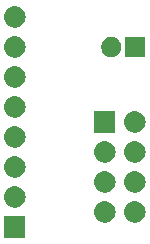
<source format=gbs>
G04 #@! TF.GenerationSoftware,KiCad,Pcbnew,5.0.2+dfsg1-1~bpo9+1*
G04 #@! TF.CreationDate,2019-06-18T09:33:43+01:00*
G04 #@! TF.ProjectId,nrf24l01,6e726632-346c-4303-912e-6b696361645f,rev?*
G04 #@! TF.SameCoordinates,Original*
G04 #@! TF.FileFunction,Soldermask,Bot*
G04 #@! TF.FilePolarity,Negative*
%FSLAX46Y46*%
G04 Gerber Fmt 4.6, Leading zero omitted, Abs format (unit mm)*
G04 Created by KiCad (PCBNEW 5.0.2+dfsg1-1~bpo9+1) date Tue 18 Jun 2019 09:33:43 IST*
%MOMM*%
%LPD*%
G01*
G04 APERTURE LIST*
%ADD10C,0.100000*%
G04 APERTURE END LIST*
D10*
G36*
X129171000Y-77101000D02*
X127369000Y-77101000D01*
X127369000Y-75299000D01*
X129171000Y-75299000D01*
X129171000Y-77101000D01*
X129171000Y-77101000D01*
G37*
G36*
X138540442Y-74035518D02*
X138606627Y-74042037D01*
X138719853Y-74076384D01*
X138776467Y-74093557D01*
X138906363Y-74162989D01*
X138932991Y-74177222D01*
X138968729Y-74206552D01*
X139070186Y-74289814D01*
X139153448Y-74391271D01*
X139182778Y-74427009D01*
X139182779Y-74427011D01*
X139266443Y-74583533D01*
X139266443Y-74583534D01*
X139317963Y-74753373D01*
X139335359Y-74930000D01*
X139317963Y-75106627D01*
X139283616Y-75219853D01*
X139266443Y-75276467D01*
X139192348Y-75415087D01*
X139182778Y-75432991D01*
X139153448Y-75468729D01*
X139070186Y-75570186D01*
X138968729Y-75653448D01*
X138932991Y-75682778D01*
X138932989Y-75682779D01*
X138776467Y-75766443D01*
X138719853Y-75783616D01*
X138606627Y-75817963D01*
X138540442Y-75824482D01*
X138474260Y-75831000D01*
X138385740Y-75831000D01*
X138319558Y-75824482D01*
X138253373Y-75817963D01*
X138140147Y-75783616D01*
X138083533Y-75766443D01*
X137927011Y-75682779D01*
X137927009Y-75682778D01*
X137891271Y-75653448D01*
X137789814Y-75570186D01*
X137706552Y-75468729D01*
X137677222Y-75432991D01*
X137667652Y-75415087D01*
X137593557Y-75276467D01*
X137576384Y-75219853D01*
X137542037Y-75106627D01*
X137524641Y-74930000D01*
X137542037Y-74753373D01*
X137593557Y-74583534D01*
X137593557Y-74583533D01*
X137677221Y-74427011D01*
X137677222Y-74427009D01*
X137706552Y-74391271D01*
X137789814Y-74289814D01*
X137891271Y-74206552D01*
X137927009Y-74177222D01*
X137953637Y-74162989D01*
X138083533Y-74093557D01*
X138140147Y-74076384D01*
X138253373Y-74042037D01*
X138319558Y-74035518D01*
X138385740Y-74029000D01*
X138474260Y-74029000D01*
X138540442Y-74035518D01*
X138540442Y-74035518D01*
G37*
G36*
X136000442Y-74035518D02*
X136066627Y-74042037D01*
X136179853Y-74076384D01*
X136236467Y-74093557D01*
X136366363Y-74162989D01*
X136392991Y-74177222D01*
X136428729Y-74206552D01*
X136530186Y-74289814D01*
X136613448Y-74391271D01*
X136642778Y-74427009D01*
X136642779Y-74427011D01*
X136726443Y-74583533D01*
X136726443Y-74583534D01*
X136777963Y-74753373D01*
X136795359Y-74930000D01*
X136777963Y-75106627D01*
X136743616Y-75219853D01*
X136726443Y-75276467D01*
X136652348Y-75415087D01*
X136642778Y-75432991D01*
X136613448Y-75468729D01*
X136530186Y-75570186D01*
X136428729Y-75653448D01*
X136392991Y-75682778D01*
X136392989Y-75682779D01*
X136236467Y-75766443D01*
X136179853Y-75783616D01*
X136066627Y-75817963D01*
X136000442Y-75824482D01*
X135934260Y-75831000D01*
X135845740Y-75831000D01*
X135779558Y-75824482D01*
X135713373Y-75817963D01*
X135600147Y-75783616D01*
X135543533Y-75766443D01*
X135387011Y-75682779D01*
X135387009Y-75682778D01*
X135351271Y-75653448D01*
X135249814Y-75570186D01*
X135166552Y-75468729D01*
X135137222Y-75432991D01*
X135127652Y-75415087D01*
X135053557Y-75276467D01*
X135036384Y-75219853D01*
X135002037Y-75106627D01*
X134984641Y-74930000D01*
X135002037Y-74753373D01*
X135053557Y-74583534D01*
X135053557Y-74583533D01*
X135137221Y-74427011D01*
X135137222Y-74427009D01*
X135166552Y-74391271D01*
X135249814Y-74289814D01*
X135351271Y-74206552D01*
X135387009Y-74177222D01*
X135413637Y-74162989D01*
X135543533Y-74093557D01*
X135600147Y-74076384D01*
X135713373Y-74042037D01*
X135779558Y-74035518D01*
X135845740Y-74029000D01*
X135934260Y-74029000D01*
X136000442Y-74035518D01*
X136000442Y-74035518D01*
G37*
G36*
X128380442Y-72765518D02*
X128446627Y-72772037D01*
X128559853Y-72806384D01*
X128616467Y-72823557D01*
X128746363Y-72892989D01*
X128772991Y-72907222D01*
X128808729Y-72936552D01*
X128910186Y-73019814D01*
X128993448Y-73121271D01*
X129022778Y-73157009D01*
X129022779Y-73157011D01*
X129106443Y-73313533D01*
X129106443Y-73313534D01*
X129157963Y-73483373D01*
X129175359Y-73660000D01*
X129157963Y-73836627D01*
X129123616Y-73949853D01*
X129106443Y-74006467D01*
X129087430Y-74042037D01*
X129022778Y-74162991D01*
X128993448Y-74198729D01*
X128910186Y-74300186D01*
X128808729Y-74383448D01*
X128772991Y-74412778D01*
X128772989Y-74412779D01*
X128616467Y-74496443D01*
X128559853Y-74513616D01*
X128446627Y-74547963D01*
X128380442Y-74554482D01*
X128314260Y-74561000D01*
X128225740Y-74561000D01*
X128159558Y-74554482D01*
X128093373Y-74547963D01*
X127980147Y-74513616D01*
X127923533Y-74496443D01*
X127767011Y-74412779D01*
X127767009Y-74412778D01*
X127731271Y-74383448D01*
X127629814Y-74300186D01*
X127546552Y-74198729D01*
X127517222Y-74162991D01*
X127452570Y-74042037D01*
X127433557Y-74006467D01*
X127416384Y-73949853D01*
X127382037Y-73836627D01*
X127364641Y-73660000D01*
X127382037Y-73483373D01*
X127433557Y-73313534D01*
X127433557Y-73313533D01*
X127517221Y-73157011D01*
X127517222Y-73157009D01*
X127546552Y-73121271D01*
X127629814Y-73019814D01*
X127731271Y-72936552D01*
X127767009Y-72907222D01*
X127793637Y-72892989D01*
X127923533Y-72823557D01*
X127980147Y-72806384D01*
X128093373Y-72772037D01*
X128159558Y-72765518D01*
X128225740Y-72759000D01*
X128314260Y-72759000D01*
X128380442Y-72765518D01*
X128380442Y-72765518D01*
G37*
G36*
X138540443Y-71495519D02*
X138606627Y-71502037D01*
X138719853Y-71536384D01*
X138776467Y-71553557D01*
X138906363Y-71622989D01*
X138932991Y-71637222D01*
X138968729Y-71666552D01*
X139070186Y-71749814D01*
X139153448Y-71851271D01*
X139182778Y-71887009D01*
X139182779Y-71887011D01*
X139266443Y-72043533D01*
X139266443Y-72043534D01*
X139317963Y-72213373D01*
X139335359Y-72390000D01*
X139317963Y-72566627D01*
X139283616Y-72679853D01*
X139266443Y-72736467D01*
X139247430Y-72772037D01*
X139182778Y-72892991D01*
X139153448Y-72928729D01*
X139070186Y-73030186D01*
X138968729Y-73113448D01*
X138932991Y-73142778D01*
X138932989Y-73142779D01*
X138776467Y-73226443D01*
X138719853Y-73243616D01*
X138606627Y-73277963D01*
X138540443Y-73284481D01*
X138474260Y-73291000D01*
X138385740Y-73291000D01*
X138319557Y-73284481D01*
X138253373Y-73277963D01*
X138140147Y-73243616D01*
X138083533Y-73226443D01*
X137927011Y-73142779D01*
X137927009Y-73142778D01*
X137891271Y-73113448D01*
X137789814Y-73030186D01*
X137706552Y-72928729D01*
X137677222Y-72892991D01*
X137612570Y-72772037D01*
X137593557Y-72736467D01*
X137576384Y-72679853D01*
X137542037Y-72566627D01*
X137524641Y-72390000D01*
X137542037Y-72213373D01*
X137593557Y-72043534D01*
X137593557Y-72043533D01*
X137677221Y-71887011D01*
X137677222Y-71887009D01*
X137706552Y-71851271D01*
X137789814Y-71749814D01*
X137891271Y-71666552D01*
X137927009Y-71637222D01*
X137953637Y-71622989D01*
X138083533Y-71553557D01*
X138140147Y-71536384D01*
X138253373Y-71502037D01*
X138319557Y-71495519D01*
X138385740Y-71489000D01*
X138474260Y-71489000D01*
X138540443Y-71495519D01*
X138540443Y-71495519D01*
G37*
G36*
X136000443Y-71495519D02*
X136066627Y-71502037D01*
X136179853Y-71536384D01*
X136236467Y-71553557D01*
X136366363Y-71622989D01*
X136392991Y-71637222D01*
X136428729Y-71666552D01*
X136530186Y-71749814D01*
X136613448Y-71851271D01*
X136642778Y-71887009D01*
X136642779Y-71887011D01*
X136726443Y-72043533D01*
X136726443Y-72043534D01*
X136777963Y-72213373D01*
X136795359Y-72390000D01*
X136777963Y-72566627D01*
X136743616Y-72679853D01*
X136726443Y-72736467D01*
X136707430Y-72772037D01*
X136642778Y-72892991D01*
X136613448Y-72928729D01*
X136530186Y-73030186D01*
X136428729Y-73113448D01*
X136392991Y-73142778D01*
X136392989Y-73142779D01*
X136236467Y-73226443D01*
X136179853Y-73243616D01*
X136066627Y-73277963D01*
X136000443Y-73284481D01*
X135934260Y-73291000D01*
X135845740Y-73291000D01*
X135779557Y-73284481D01*
X135713373Y-73277963D01*
X135600147Y-73243616D01*
X135543533Y-73226443D01*
X135387011Y-73142779D01*
X135387009Y-73142778D01*
X135351271Y-73113448D01*
X135249814Y-73030186D01*
X135166552Y-72928729D01*
X135137222Y-72892991D01*
X135072570Y-72772037D01*
X135053557Y-72736467D01*
X135036384Y-72679853D01*
X135002037Y-72566627D01*
X134984641Y-72390000D01*
X135002037Y-72213373D01*
X135053557Y-72043534D01*
X135053557Y-72043533D01*
X135137221Y-71887011D01*
X135137222Y-71887009D01*
X135166552Y-71851271D01*
X135249814Y-71749814D01*
X135351271Y-71666552D01*
X135387009Y-71637222D01*
X135413637Y-71622989D01*
X135543533Y-71553557D01*
X135600147Y-71536384D01*
X135713373Y-71502037D01*
X135779557Y-71495519D01*
X135845740Y-71489000D01*
X135934260Y-71489000D01*
X136000443Y-71495519D01*
X136000443Y-71495519D01*
G37*
G36*
X128380442Y-70225518D02*
X128446627Y-70232037D01*
X128559853Y-70266384D01*
X128616467Y-70283557D01*
X128746363Y-70352989D01*
X128772991Y-70367222D01*
X128808729Y-70396552D01*
X128910186Y-70479814D01*
X128993448Y-70581271D01*
X129022778Y-70617009D01*
X129022779Y-70617011D01*
X129106443Y-70773533D01*
X129106443Y-70773534D01*
X129157963Y-70943373D01*
X129175359Y-71120000D01*
X129157963Y-71296627D01*
X129123616Y-71409853D01*
X129106443Y-71466467D01*
X129087430Y-71502037D01*
X129022778Y-71622991D01*
X128993448Y-71658729D01*
X128910186Y-71760186D01*
X128808729Y-71843448D01*
X128772991Y-71872778D01*
X128772989Y-71872779D01*
X128616467Y-71956443D01*
X128559853Y-71973616D01*
X128446627Y-72007963D01*
X128380443Y-72014481D01*
X128314260Y-72021000D01*
X128225740Y-72021000D01*
X128159557Y-72014481D01*
X128093373Y-72007963D01*
X127980147Y-71973616D01*
X127923533Y-71956443D01*
X127767011Y-71872779D01*
X127767009Y-71872778D01*
X127731271Y-71843448D01*
X127629814Y-71760186D01*
X127546552Y-71658729D01*
X127517222Y-71622991D01*
X127452570Y-71502037D01*
X127433557Y-71466467D01*
X127416384Y-71409853D01*
X127382037Y-71296627D01*
X127364641Y-71120000D01*
X127382037Y-70943373D01*
X127433557Y-70773534D01*
X127433557Y-70773533D01*
X127517221Y-70617011D01*
X127517222Y-70617009D01*
X127546552Y-70581271D01*
X127629814Y-70479814D01*
X127731271Y-70396552D01*
X127767009Y-70367222D01*
X127793637Y-70352989D01*
X127923533Y-70283557D01*
X127980147Y-70266384D01*
X128093373Y-70232037D01*
X128159558Y-70225518D01*
X128225740Y-70219000D01*
X128314260Y-70219000D01*
X128380442Y-70225518D01*
X128380442Y-70225518D01*
G37*
G36*
X138540443Y-68955519D02*
X138606627Y-68962037D01*
X138719853Y-68996384D01*
X138776467Y-69013557D01*
X138906363Y-69082989D01*
X138932991Y-69097222D01*
X138968729Y-69126552D01*
X139070186Y-69209814D01*
X139153448Y-69311271D01*
X139182778Y-69347009D01*
X139182779Y-69347011D01*
X139266443Y-69503533D01*
X139266443Y-69503534D01*
X139317963Y-69673373D01*
X139335359Y-69850000D01*
X139317963Y-70026627D01*
X139283616Y-70139853D01*
X139266443Y-70196467D01*
X139247430Y-70232037D01*
X139182778Y-70352991D01*
X139153448Y-70388729D01*
X139070186Y-70490186D01*
X138968729Y-70573448D01*
X138932991Y-70602778D01*
X138932989Y-70602779D01*
X138776467Y-70686443D01*
X138719853Y-70703616D01*
X138606627Y-70737963D01*
X138540443Y-70744481D01*
X138474260Y-70751000D01*
X138385740Y-70751000D01*
X138319557Y-70744481D01*
X138253373Y-70737963D01*
X138140147Y-70703616D01*
X138083533Y-70686443D01*
X137927011Y-70602779D01*
X137927009Y-70602778D01*
X137891271Y-70573448D01*
X137789814Y-70490186D01*
X137706552Y-70388729D01*
X137677222Y-70352991D01*
X137612570Y-70232037D01*
X137593557Y-70196467D01*
X137576384Y-70139853D01*
X137542037Y-70026627D01*
X137524641Y-69850000D01*
X137542037Y-69673373D01*
X137593557Y-69503534D01*
X137593557Y-69503533D01*
X137677221Y-69347011D01*
X137677222Y-69347009D01*
X137706552Y-69311271D01*
X137789814Y-69209814D01*
X137891271Y-69126552D01*
X137927009Y-69097222D01*
X137953637Y-69082989D01*
X138083533Y-69013557D01*
X138140147Y-68996384D01*
X138253373Y-68962037D01*
X138319557Y-68955519D01*
X138385740Y-68949000D01*
X138474260Y-68949000D01*
X138540443Y-68955519D01*
X138540443Y-68955519D01*
G37*
G36*
X136000443Y-68955519D02*
X136066627Y-68962037D01*
X136179853Y-68996384D01*
X136236467Y-69013557D01*
X136366363Y-69082989D01*
X136392991Y-69097222D01*
X136428729Y-69126552D01*
X136530186Y-69209814D01*
X136613448Y-69311271D01*
X136642778Y-69347009D01*
X136642779Y-69347011D01*
X136726443Y-69503533D01*
X136726443Y-69503534D01*
X136777963Y-69673373D01*
X136795359Y-69850000D01*
X136777963Y-70026627D01*
X136743616Y-70139853D01*
X136726443Y-70196467D01*
X136707430Y-70232037D01*
X136642778Y-70352991D01*
X136613448Y-70388729D01*
X136530186Y-70490186D01*
X136428729Y-70573448D01*
X136392991Y-70602778D01*
X136392989Y-70602779D01*
X136236467Y-70686443D01*
X136179853Y-70703616D01*
X136066627Y-70737963D01*
X136000443Y-70744481D01*
X135934260Y-70751000D01*
X135845740Y-70751000D01*
X135779557Y-70744481D01*
X135713373Y-70737963D01*
X135600147Y-70703616D01*
X135543533Y-70686443D01*
X135387011Y-70602779D01*
X135387009Y-70602778D01*
X135351271Y-70573448D01*
X135249814Y-70490186D01*
X135166552Y-70388729D01*
X135137222Y-70352991D01*
X135072570Y-70232037D01*
X135053557Y-70196467D01*
X135036384Y-70139853D01*
X135002037Y-70026627D01*
X134984641Y-69850000D01*
X135002037Y-69673373D01*
X135053557Y-69503534D01*
X135053557Y-69503533D01*
X135137221Y-69347011D01*
X135137222Y-69347009D01*
X135166552Y-69311271D01*
X135249814Y-69209814D01*
X135351271Y-69126552D01*
X135387009Y-69097222D01*
X135413637Y-69082989D01*
X135543533Y-69013557D01*
X135600147Y-68996384D01*
X135713373Y-68962037D01*
X135779557Y-68955519D01*
X135845740Y-68949000D01*
X135934260Y-68949000D01*
X136000443Y-68955519D01*
X136000443Y-68955519D01*
G37*
G36*
X128380443Y-67685519D02*
X128446627Y-67692037D01*
X128559853Y-67726384D01*
X128616467Y-67743557D01*
X128746363Y-67812989D01*
X128772991Y-67827222D01*
X128808729Y-67856552D01*
X128910186Y-67939814D01*
X128993448Y-68041271D01*
X129022778Y-68077009D01*
X129022779Y-68077011D01*
X129106443Y-68233533D01*
X129106443Y-68233534D01*
X129157963Y-68403373D01*
X129175359Y-68580000D01*
X129157963Y-68756627D01*
X129123616Y-68869853D01*
X129106443Y-68926467D01*
X129087430Y-68962037D01*
X129022778Y-69082991D01*
X128993448Y-69118729D01*
X128910186Y-69220186D01*
X128808729Y-69303448D01*
X128772991Y-69332778D01*
X128772989Y-69332779D01*
X128616467Y-69416443D01*
X128559853Y-69433616D01*
X128446627Y-69467963D01*
X128380442Y-69474482D01*
X128314260Y-69481000D01*
X128225740Y-69481000D01*
X128159558Y-69474482D01*
X128093373Y-69467963D01*
X127980147Y-69433616D01*
X127923533Y-69416443D01*
X127767011Y-69332779D01*
X127767009Y-69332778D01*
X127731271Y-69303448D01*
X127629814Y-69220186D01*
X127546552Y-69118729D01*
X127517222Y-69082991D01*
X127452570Y-68962037D01*
X127433557Y-68926467D01*
X127416384Y-68869853D01*
X127382037Y-68756627D01*
X127364641Y-68580000D01*
X127382037Y-68403373D01*
X127433557Y-68233534D01*
X127433557Y-68233533D01*
X127517221Y-68077011D01*
X127517222Y-68077009D01*
X127546552Y-68041271D01*
X127629814Y-67939814D01*
X127731271Y-67856552D01*
X127767009Y-67827222D01*
X127793637Y-67812989D01*
X127923533Y-67743557D01*
X127980147Y-67726384D01*
X128093373Y-67692037D01*
X128159557Y-67685519D01*
X128225740Y-67679000D01*
X128314260Y-67679000D01*
X128380443Y-67685519D01*
X128380443Y-67685519D01*
G37*
G36*
X138540443Y-66415519D02*
X138606627Y-66422037D01*
X138719853Y-66456384D01*
X138776467Y-66473557D01*
X138906363Y-66542989D01*
X138932991Y-66557222D01*
X138968729Y-66586552D01*
X139070186Y-66669814D01*
X139153448Y-66771271D01*
X139182778Y-66807009D01*
X139182779Y-66807011D01*
X139266443Y-66963533D01*
X139266443Y-66963534D01*
X139317963Y-67133373D01*
X139335359Y-67310000D01*
X139317963Y-67486627D01*
X139283616Y-67599853D01*
X139266443Y-67656467D01*
X139247430Y-67692037D01*
X139182778Y-67812991D01*
X139153448Y-67848729D01*
X139070186Y-67950186D01*
X138968729Y-68033448D01*
X138932991Y-68062778D01*
X138932989Y-68062779D01*
X138776467Y-68146443D01*
X138719853Y-68163616D01*
X138606627Y-68197963D01*
X138540443Y-68204481D01*
X138474260Y-68211000D01*
X138385740Y-68211000D01*
X138319557Y-68204481D01*
X138253373Y-68197963D01*
X138140147Y-68163616D01*
X138083533Y-68146443D01*
X137927011Y-68062779D01*
X137927009Y-68062778D01*
X137891271Y-68033448D01*
X137789814Y-67950186D01*
X137706552Y-67848729D01*
X137677222Y-67812991D01*
X137612570Y-67692037D01*
X137593557Y-67656467D01*
X137576384Y-67599853D01*
X137542037Y-67486627D01*
X137524641Y-67310000D01*
X137542037Y-67133373D01*
X137593557Y-66963534D01*
X137593557Y-66963533D01*
X137677221Y-66807011D01*
X137677222Y-66807009D01*
X137706552Y-66771271D01*
X137789814Y-66669814D01*
X137891271Y-66586552D01*
X137927009Y-66557222D01*
X137953637Y-66542989D01*
X138083533Y-66473557D01*
X138140147Y-66456384D01*
X138253373Y-66422037D01*
X138319557Y-66415519D01*
X138385740Y-66409000D01*
X138474260Y-66409000D01*
X138540443Y-66415519D01*
X138540443Y-66415519D01*
G37*
G36*
X136791000Y-68211000D02*
X134989000Y-68211000D01*
X134989000Y-66409000D01*
X136791000Y-66409000D01*
X136791000Y-68211000D01*
X136791000Y-68211000D01*
G37*
G36*
X128380442Y-65145518D02*
X128446627Y-65152037D01*
X128559853Y-65186384D01*
X128616467Y-65203557D01*
X128755087Y-65277652D01*
X128772991Y-65287222D01*
X128808729Y-65316552D01*
X128910186Y-65399814D01*
X128993448Y-65501271D01*
X129022778Y-65537009D01*
X129022779Y-65537011D01*
X129106443Y-65693533D01*
X129106443Y-65693534D01*
X129157963Y-65863373D01*
X129175359Y-66040000D01*
X129157963Y-66216627D01*
X129123616Y-66329853D01*
X129106443Y-66386467D01*
X129087430Y-66422037D01*
X129022778Y-66542991D01*
X128993448Y-66578729D01*
X128910186Y-66680186D01*
X128808729Y-66763448D01*
X128772991Y-66792778D01*
X128772989Y-66792779D01*
X128616467Y-66876443D01*
X128559853Y-66893616D01*
X128446627Y-66927963D01*
X128380442Y-66934482D01*
X128314260Y-66941000D01*
X128225740Y-66941000D01*
X128159558Y-66934482D01*
X128093373Y-66927963D01*
X127980147Y-66893616D01*
X127923533Y-66876443D01*
X127767011Y-66792779D01*
X127767009Y-66792778D01*
X127731271Y-66763448D01*
X127629814Y-66680186D01*
X127546552Y-66578729D01*
X127517222Y-66542991D01*
X127452570Y-66422037D01*
X127433557Y-66386467D01*
X127416384Y-66329853D01*
X127382037Y-66216627D01*
X127364641Y-66040000D01*
X127382037Y-65863373D01*
X127433557Y-65693534D01*
X127433557Y-65693533D01*
X127517221Y-65537011D01*
X127517222Y-65537009D01*
X127546552Y-65501271D01*
X127629814Y-65399814D01*
X127731271Y-65316552D01*
X127767009Y-65287222D01*
X127784913Y-65277652D01*
X127923533Y-65203557D01*
X127980147Y-65186384D01*
X128093373Y-65152037D01*
X128159558Y-65145518D01*
X128225740Y-65139000D01*
X128314260Y-65139000D01*
X128380442Y-65145518D01*
X128380442Y-65145518D01*
G37*
G36*
X128380442Y-62605518D02*
X128446627Y-62612037D01*
X128559853Y-62646384D01*
X128616467Y-62663557D01*
X128755087Y-62737652D01*
X128772991Y-62747222D01*
X128808729Y-62776552D01*
X128910186Y-62859814D01*
X128993448Y-62961271D01*
X129022778Y-62997009D01*
X129022779Y-62997011D01*
X129106443Y-63153533D01*
X129106443Y-63153534D01*
X129157963Y-63323373D01*
X129175359Y-63500000D01*
X129157963Y-63676627D01*
X129123616Y-63789853D01*
X129106443Y-63846467D01*
X129032348Y-63985087D01*
X129022778Y-64002991D01*
X128993448Y-64038729D01*
X128910186Y-64140186D01*
X128808729Y-64223448D01*
X128772991Y-64252778D01*
X128772989Y-64252779D01*
X128616467Y-64336443D01*
X128559853Y-64353616D01*
X128446627Y-64387963D01*
X128380442Y-64394482D01*
X128314260Y-64401000D01*
X128225740Y-64401000D01*
X128159558Y-64394482D01*
X128093373Y-64387963D01*
X127980147Y-64353616D01*
X127923533Y-64336443D01*
X127767011Y-64252779D01*
X127767009Y-64252778D01*
X127731271Y-64223448D01*
X127629814Y-64140186D01*
X127546552Y-64038729D01*
X127517222Y-64002991D01*
X127507652Y-63985087D01*
X127433557Y-63846467D01*
X127416384Y-63789853D01*
X127382037Y-63676627D01*
X127364641Y-63500000D01*
X127382037Y-63323373D01*
X127433557Y-63153534D01*
X127433557Y-63153533D01*
X127517221Y-62997011D01*
X127517222Y-62997009D01*
X127546552Y-62961271D01*
X127629814Y-62859814D01*
X127731271Y-62776552D01*
X127767009Y-62747222D01*
X127784913Y-62737652D01*
X127923533Y-62663557D01*
X127980147Y-62646384D01*
X128093373Y-62612037D01*
X128159558Y-62605518D01*
X128225740Y-62599000D01*
X128314260Y-62599000D01*
X128380442Y-62605518D01*
X128380442Y-62605518D01*
G37*
G36*
X128380442Y-60065518D02*
X128446627Y-60072037D01*
X128559853Y-60106384D01*
X128616467Y-60123557D01*
X128755087Y-60197652D01*
X128772991Y-60207222D01*
X128808729Y-60236552D01*
X128910186Y-60319814D01*
X128990369Y-60417519D01*
X129022778Y-60457009D01*
X129022779Y-60457011D01*
X129106443Y-60613533D01*
X129106443Y-60613534D01*
X129157963Y-60783373D01*
X129175359Y-60960000D01*
X129157963Y-61136627D01*
X129136243Y-61208228D01*
X129106443Y-61306467D01*
X129032348Y-61445087D01*
X129022778Y-61462991D01*
X128993448Y-61498729D01*
X128910186Y-61600186D01*
X128808729Y-61683448D01*
X128772991Y-61712778D01*
X128772989Y-61712779D01*
X128616467Y-61796443D01*
X128568478Y-61811000D01*
X128446627Y-61847963D01*
X128380443Y-61854481D01*
X128314260Y-61861000D01*
X128225740Y-61861000D01*
X128159557Y-61854481D01*
X128093373Y-61847963D01*
X127971522Y-61811000D01*
X127923533Y-61796443D01*
X127767011Y-61712779D01*
X127767009Y-61712778D01*
X127731271Y-61683448D01*
X127629814Y-61600186D01*
X127546552Y-61498729D01*
X127517222Y-61462991D01*
X127507652Y-61445087D01*
X127433557Y-61306467D01*
X127403757Y-61208228D01*
X127382037Y-61136627D01*
X127364641Y-60960000D01*
X127382037Y-60783373D01*
X127433557Y-60613534D01*
X127433557Y-60613533D01*
X127517221Y-60457011D01*
X127517222Y-60457009D01*
X127549631Y-60417519D01*
X127629814Y-60319814D01*
X127731271Y-60236552D01*
X127767009Y-60207222D01*
X127784913Y-60197652D01*
X127923533Y-60123557D01*
X127980147Y-60106384D01*
X128093373Y-60072037D01*
X128159558Y-60065518D01*
X128225740Y-60059000D01*
X128314260Y-60059000D01*
X128380442Y-60065518D01*
X128380442Y-60065518D01*
G37*
G36*
X136678228Y-60141703D02*
X136833100Y-60205853D01*
X136972481Y-60298985D01*
X137091015Y-60417519D01*
X137184147Y-60556900D01*
X137248297Y-60711772D01*
X137281000Y-60876184D01*
X137281000Y-61043816D01*
X137248297Y-61208228D01*
X137184147Y-61363100D01*
X137091015Y-61502481D01*
X136972481Y-61621015D01*
X136833100Y-61714147D01*
X136678228Y-61778297D01*
X136513816Y-61811000D01*
X136346184Y-61811000D01*
X136181772Y-61778297D01*
X136026900Y-61714147D01*
X135887519Y-61621015D01*
X135768985Y-61502481D01*
X135675853Y-61363100D01*
X135611703Y-61208228D01*
X135579000Y-61043816D01*
X135579000Y-60876184D01*
X135611703Y-60711772D01*
X135675853Y-60556900D01*
X135768985Y-60417519D01*
X135887519Y-60298985D01*
X136026900Y-60205853D01*
X136181772Y-60141703D01*
X136346184Y-60109000D01*
X136513816Y-60109000D01*
X136678228Y-60141703D01*
X136678228Y-60141703D01*
G37*
G36*
X139281000Y-61811000D02*
X137579000Y-61811000D01*
X137579000Y-60109000D01*
X139281000Y-60109000D01*
X139281000Y-61811000D01*
X139281000Y-61811000D01*
G37*
G36*
X128380443Y-57525519D02*
X128446627Y-57532037D01*
X128559853Y-57566384D01*
X128616467Y-57583557D01*
X128755087Y-57657652D01*
X128772991Y-57667222D01*
X128808729Y-57696552D01*
X128910186Y-57779814D01*
X128993448Y-57881271D01*
X129022778Y-57917009D01*
X129022779Y-57917011D01*
X129106443Y-58073533D01*
X129106443Y-58073534D01*
X129157963Y-58243373D01*
X129175359Y-58420000D01*
X129157963Y-58596627D01*
X129123616Y-58709853D01*
X129106443Y-58766467D01*
X129032348Y-58905087D01*
X129022778Y-58922991D01*
X128993448Y-58958729D01*
X128910186Y-59060186D01*
X128808729Y-59143448D01*
X128772991Y-59172778D01*
X128772989Y-59172779D01*
X128616467Y-59256443D01*
X128559853Y-59273616D01*
X128446627Y-59307963D01*
X128380442Y-59314482D01*
X128314260Y-59321000D01*
X128225740Y-59321000D01*
X128159558Y-59314482D01*
X128093373Y-59307963D01*
X127980147Y-59273616D01*
X127923533Y-59256443D01*
X127767011Y-59172779D01*
X127767009Y-59172778D01*
X127731271Y-59143448D01*
X127629814Y-59060186D01*
X127546552Y-58958729D01*
X127517222Y-58922991D01*
X127507652Y-58905087D01*
X127433557Y-58766467D01*
X127416384Y-58709853D01*
X127382037Y-58596627D01*
X127364641Y-58420000D01*
X127382037Y-58243373D01*
X127433557Y-58073534D01*
X127433557Y-58073533D01*
X127517221Y-57917011D01*
X127517222Y-57917009D01*
X127546552Y-57881271D01*
X127629814Y-57779814D01*
X127731271Y-57696552D01*
X127767009Y-57667222D01*
X127784913Y-57657652D01*
X127923533Y-57583557D01*
X127980147Y-57566384D01*
X128093373Y-57532037D01*
X128159557Y-57525519D01*
X128225740Y-57519000D01*
X128314260Y-57519000D01*
X128380443Y-57525519D01*
X128380443Y-57525519D01*
G37*
M02*

</source>
